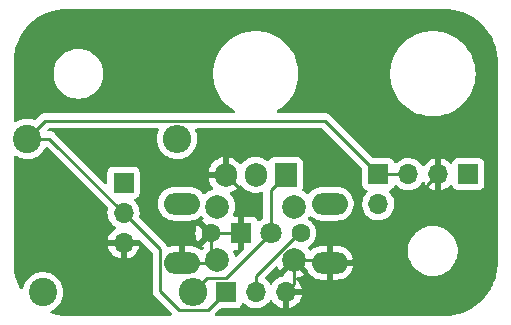
<source format=gbr>
%TF.GenerationSoftware,KiCad,Pcbnew,(6.0.5)*%
%TF.CreationDate,2022-06-01T17:15:45+01:00*%
%TF.ProjectId,OOEB-MODULE-PCB,4f4f4542-2d4d-44f4-9455-4c452d504342,rev?*%
%TF.SameCoordinates,Original*%
%TF.FileFunction,Copper,L2,Bot*%
%TF.FilePolarity,Positive*%
%FSLAX46Y46*%
G04 Gerber Fmt 4.6, Leading zero omitted, Abs format (unit mm)*
G04 Created by KiCad (PCBNEW (6.0.5)) date 2022-06-01 17:15:45*
%MOMM*%
%LPD*%
G01*
G04 APERTURE LIST*
%TA.AperFunction,ComponentPad*%
%ADD10O,3.048000X1.850000*%
%TD*%
%TA.AperFunction,ComponentPad*%
%ADD11C,2.000000*%
%TD*%
%TA.AperFunction,ComponentPad*%
%ADD12O,2.400000X2.400000*%
%TD*%
%TA.AperFunction,ComponentPad*%
%ADD13C,2.400000*%
%TD*%
%TA.AperFunction,ComponentPad*%
%ADD14C,1.600000*%
%TD*%
%TA.AperFunction,ComponentPad*%
%ADD15O,1.905000X2.000000*%
%TD*%
%TA.AperFunction,ComponentPad*%
%ADD16R,1.905000X2.000000*%
%TD*%
%TA.AperFunction,ComponentPad*%
%ADD17R,1.700000X1.700000*%
%TD*%
%TA.AperFunction,ComponentPad*%
%ADD18O,1.700000X1.700000*%
%TD*%
%TA.AperFunction,ComponentPad*%
%ADD19R,1.800000X1.800000*%
%TD*%
%TA.AperFunction,ComponentPad*%
%ADD20C,1.800000*%
%TD*%
%TA.AperFunction,Conductor*%
%ADD21C,0.250000*%
%TD*%
G04 APERTURE END LIST*
D10*
%TO.P,SW2,1,1*%
%TO.N,Net-(J1-Pad1)*%
X-6240000Y-3500000D03*
X6260000Y-3500000D03*
%TO.P,SW2,2,2*%
%TO.N,GND*%
X-6240000Y-8500000D03*
X6260000Y-8500000D03*
%TD*%
D11*
%TO.P,SW1,1,1*%
%TO.N,Net-(J1-Pad1)*%
X3250000Y-3750000D03*
X-3250000Y-3750000D03*
%TO.P,SW1,2,2*%
%TO.N,GND*%
X3250000Y-8250000D03*
X-3250000Y-8250000D03*
%TD*%
D12*
%TO.P,R3,2*%
%TO.N,Net-(D1-Pad2)*%
X-5300000Y-11000000D03*
D13*
%TO.P,R3,1*%
%TO.N,Net-(J1-Pad1)*%
X-18000000Y-11000000D03*
%TD*%
D14*
%TO.P,R2,2*%
%TO.N,Net-(J1-Pad1)*%
X3800000Y-6000000D03*
%TO.P,R2,1*%
%TO.N,GND*%
X-3800000Y-6000000D03*
%TD*%
D13*
%TO.P,R1,1*%
%TO.N,+5V*%
X-19350000Y2000000D03*
D12*
%TO.P,R1,2*%
%TO.N,Net-(J1-Pad1)*%
X-6650000Y2000000D03*
%TD*%
D15*
%TO.P,Q1,3,E*%
%TO.N,GND*%
X-2540000Y-1055000D03*
%TO.P,Q1,2,C*%
%TO.N,Net-(J4-Pad2)*%
X0Y-1055000D03*
D16*
%TO.P,Q1,1,B*%
%TO.N,Net-(D1-Pad2)*%
X2540000Y-1055000D03*
%TD*%
D17*
%TO.P,J4,1,Pin_1*%
%TO.N,+5V*%
X10385000Y-1000000D03*
D18*
%TO.P,J4,2,Pin_2*%
%TO.N,Net-(J4-Pad2)*%
X10385000Y-3540000D03*
%TD*%
%TO.P,J3,3,Pin_3*%
%TO.N,+5V*%
X12920000Y-1000000D03*
%TO.P,J3,2,Pin_2*%
%TO.N,GND*%
X15460000Y-1000000D03*
D17*
%TO.P,J3,1,Pin_1*%
%TO.N,Net-(J1-Pad1)*%
X18000000Y-1000000D03*
%TD*%
%TO.P,J2,1,Pin_1*%
%TO.N,+5V*%
X-2525000Y-11000000D03*
D18*
%TO.P,J2,2,Pin_2*%
%TO.N,Net-(J1-Pad1)*%
X15000Y-11000000D03*
%TO.P,J2,3,Pin_3*%
%TO.N,GND*%
X2555000Y-11000000D03*
%TD*%
D17*
%TO.P,J1,1,Pin_1*%
%TO.N,Net-(J1-Pad1)*%
X-11190000Y-1730000D03*
D18*
%TO.P,J1,2,Pin_2*%
%TO.N,+5V*%
X-11190000Y-4270000D03*
%TO.P,J1,3,Pin_3*%
%TO.N,GND*%
X-11190000Y-6810000D03*
%TD*%
D19*
%TO.P,D1,1,K*%
%TO.N,GND*%
X-1270000Y-6000000D03*
D20*
%TO.P,D1,2,A*%
%TO.N,Net-(D1-Pad2)*%
X1270000Y-6000000D03*
%TD*%
D21*
%TO.N,GND*%
X-3800000Y-7700000D02*
X-3250000Y-8250000D01*
X-3800000Y-6000000D02*
X-3800000Y-7700000D01*
X-1270000Y-6000000D02*
X-3800000Y-6000000D01*
X-6240000Y-8500000D02*
X-3500000Y-8500000D01*
X-3500000Y-8500000D02*
X-3250000Y-8250000D01*
X7960000Y-8500000D02*
X6260000Y-8500000D01*
X15460000Y-1000000D02*
X7960000Y-8500000D01*
%TO.N,+5V*%
X-6475489Y-12524511D02*
X-4049511Y-12524511D01*
X-4049511Y-12524511D02*
X-2525000Y-11000000D01*
X-8088520Y-10911480D02*
X-6475489Y-12524511D01*
X-8088520Y-7371480D02*
X-8088520Y-10911480D01*
X-11190000Y-4270000D02*
X-8088520Y-7371480D01*
%TO.N,Net-(D1-Pad2)*%
X1270000Y-2325000D02*
X2540000Y-1055000D01*
X1270000Y-6000000D02*
X1270000Y-2325000D01*
X-2555489Y-9825489D02*
X-4125489Y-9825489D01*
X-4125489Y-9825489D02*
X-5300000Y-11000000D01*
X1270000Y-6000000D02*
X-2555489Y-9825489D01*
%TO.N,Net-(J1-Pad1)*%
X3626857Y-6000000D02*
X3800000Y-6000000D01*
X15000Y-9611857D02*
X3626857Y-6000000D01*
X15000Y-11000000D02*
X15000Y-9611857D01*
%TO.N,GND*%
X-2540000Y-1055000D02*
X-1270000Y-2325000D01*
X3250000Y-10305000D02*
X2555000Y-11000000D01*
X3250000Y-8250000D02*
X3250000Y-10305000D01*
X6010000Y-8250000D02*
X6260000Y-8500000D01*
X3250000Y-8250000D02*
X6010000Y-8250000D01*
%TO.N,+5V*%
X10385000Y-1000000D02*
X12920000Y-1000000D01*
X-17825489Y3524511D02*
X5860489Y3524511D01*
X5860489Y3524511D02*
X10385000Y-1000000D01*
X-19350000Y2000000D02*
X-17825489Y3524511D01*
X-17460000Y2000000D02*
X-19350000Y2000000D01*
X-11190000Y-4270000D02*
X-17460000Y2000000D01*
%TD*%
%TA.AperFunction,Conductor*%
%TO.N,GND*%
G36*
X-17641808Y1281635D02*
G01*
X-17620286Y1264382D01*
X-15067836Y-1288069D01*
X-12540223Y-3815682D01*
X-12506197Y-3877994D01*
X-12507900Y-3938446D01*
X-12529011Y-4014570D01*
X-12552749Y-4236695D01*
X-12552452Y-4241848D01*
X-12552452Y-4241851D01*
X-12540400Y-4450865D01*
X-12539890Y-4459715D01*
X-12538753Y-4464761D01*
X-12538752Y-4464767D01*
X-12524049Y-4530007D01*
X-12490778Y-4677639D01*
X-12452795Y-4771181D01*
X-12416887Y-4859611D01*
X-12406734Y-4884616D01*
X-12290013Y-5075088D01*
X-12143750Y-5243938D01*
X-11971874Y-5386632D01*
X-11963213Y-5391693D01*
X-11898045Y-5429774D01*
X-11849321Y-5481412D01*
X-11836250Y-5551195D01*
X-11862981Y-5616967D01*
X-11903438Y-5650327D01*
X-11911543Y-5654546D01*
X-11920262Y-5660036D01*
X-12090567Y-5787905D01*
X-12098274Y-5794748D01*
X-12245410Y-5948717D01*
X-12251896Y-5956727D01*
X-12371902Y-6132649D01*
X-12377000Y-6141623D01*
X-12466662Y-6334783D01*
X-12470225Y-6344470D01*
X-12525611Y-6544183D01*
X-12524088Y-6552607D01*
X-12511708Y-6556000D01*
X-9853541Y-6556000D01*
X-9853541Y-6560776D01*
X-9816897Y-6560784D01*
X-9763328Y-6592577D01*
X-8758925Y-7596980D01*
X-8724899Y-7659292D01*
X-8722020Y-7686075D01*
X-8722020Y-10832713D01*
X-8722547Y-10843896D01*
X-8724222Y-10851389D01*
X-8723973Y-10859315D01*
X-8723973Y-10859316D01*
X-8722082Y-10919466D01*
X-8722020Y-10923425D01*
X-8722020Y-10951336D01*
X-8721523Y-10955270D01*
X-8721523Y-10955271D01*
X-8721515Y-10955336D01*
X-8720582Y-10967173D01*
X-8719193Y-11011369D01*
X-8713542Y-11030819D01*
X-8709533Y-11050180D01*
X-8706994Y-11070277D01*
X-8704075Y-11077648D01*
X-8704075Y-11077650D01*
X-8690716Y-11111392D01*
X-8686871Y-11122622D01*
X-8674538Y-11165073D01*
X-8670505Y-11171892D01*
X-8670503Y-11171897D01*
X-8664227Y-11182508D01*
X-8655532Y-11200256D01*
X-8648072Y-11219097D01*
X-8643410Y-11225513D01*
X-8643410Y-11225514D01*
X-8622084Y-11254867D01*
X-8615568Y-11264787D01*
X-8593062Y-11302842D01*
X-8578741Y-11317163D01*
X-8565901Y-11332196D01*
X-8553992Y-11348587D01*
X-8547886Y-11353638D01*
X-8519915Y-11376778D01*
X-8511136Y-11384768D01*
X-7119499Y-12776405D01*
X-7085473Y-12838717D01*
X-7090538Y-12909532D01*
X-7133085Y-12966368D01*
X-7199605Y-12991179D01*
X-7208594Y-12991500D01*
X-15950633Y-12991500D01*
X-15970018Y-12990000D01*
X-15984851Y-12987690D01*
X-15984855Y-12987690D01*
X-15993724Y-12986309D01*
X-16014183Y-12988984D01*
X-16036007Y-12989928D01*
X-16385965Y-12974648D01*
X-16396914Y-12973690D01*
X-16413564Y-12971498D01*
X-16774498Y-12923981D01*
X-16785307Y-12922074D01*
X-17157115Y-12839647D01*
X-17167732Y-12836802D01*
X-17293583Y-12797121D01*
X-17352536Y-12757561D01*
X-17380743Y-12692407D01*
X-17369247Y-12622348D01*
X-17321699Y-12569625D01*
X-17305431Y-12561185D01*
X-17213193Y-12521557D01*
X-17213190Y-12521555D01*
X-17208890Y-12519708D01*
X-17204910Y-12517245D01*
X-17204906Y-12517243D01*
X-16996936Y-12388547D01*
X-16996934Y-12388545D01*
X-16992953Y-12386082D01*
X-16963991Y-12361564D01*
X-16802711Y-12225031D01*
X-16802709Y-12225029D01*
X-16799138Y-12222006D01*
X-16631705Y-12031084D01*
X-16596841Y-11976883D01*
X-16496859Y-11821442D01*
X-16494331Y-11817512D01*
X-16390033Y-11585980D01*
X-16321104Y-11341575D01*
X-16289057Y-11089667D01*
X-16286709Y-11000000D01*
X-16296221Y-10872000D01*
X-16305182Y-10751411D01*
X-16305183Y-10751407D01*
X-16305528Y-10746759D01*
X-16306598Y-10742027D01*
X-16360541Y-10503639D01*
X-16361572Y-10499082D01*
X-16379862Y-10452050D01*
X-16451916Y-10266762D01*
X-16451917Y-10266760D01*
X-16453609Y-10262409D01*
X-16474134Y-10226498D01*
X-16577298Y-10045997D01*
X-16577300Y-10045995D01*
X-16579617Y-10041940D01*
X-16736829Y-9842517D01*
X-16872005Y-9715357D01*
X-16918390Y-9671722D01*
X-16918392Y-9671720D01*
X-16921791Y-9668523D01*
X-16991190Y-9620379D01*
X-17126607Y-9526437D01*
X-17126610Y-9526435D01*
X-17130439Y-9523779D01*
X-17134616Y-9521719D01*
X-17134623Y-9521715D01*
X-17354004Y-9413528D01*
X-17354008Y-9413527D01*
X-17358190Y-9411464D01*
X-17600040Y-9334047D01*
X-17604645Y-9333297D01*
X-17846065Y-9293980D01*
X-17846066Y-9293980D01*
X-17850677Y-9293229D01*
X-17977635Y-9291567D01*
X-18099917Y-9289966D01*
X-18099920Y-9289966D01*
X-18104594Y-9289905D01*
X-18356213Y-9324149D01*
X-18360699Y-9325457D01*
X-18360701Y-9325457D01*
X-18387599Y-9333297D01*
X-18600007Y-9395208D01*
X-18604260Y-9397168D01*
X-18604261Y-9397169D01*
X-18623467Y-9406023D01*
X-18830620Y-9501522D01*
X-18834529Y-9504085D01*
X-19039072Y-9638189D01*
X-19039077Y-9638193D01*
X-19042985Y-9640755D01*
X-19079853Y-9673661D01*
X-19219331Y-9798150D01*
X-19232438Y-9809848D01*
X-19394817Y-10005087D01*
X-19526553Y-10222182D01*
X-19528362Y-10226496D01*
X-19528363Y-10226498D01*
X-19600359Y-10398190D01*
X-19624754Y-10456365D01*
X-19625905Y-10460897D01*
X-19679715Y-10672774D01*
X-19715870Y-10733875D01*
X-19779319Y-10765729D01*
X-19849918Y-10758224D01*
X-19905252Y-10713742D01*
X-19913601Y-10699938D01*
X-20020427Y-10494728D01*
X-20068142Y-10403067D01*
X-20072784Y-10393114D01*
X-20112384Y-10297509D01*
X-20218529Y-10041254D01*
X-20222285Y-10030932D01*
X-20225024Y-10022243D01*
X-20336802Y-9667731D01*
X-20339647Y-9657114D01*
X-20358562Y-9571792D01*
X-20422074Y-9285307D01*
X-20423982Y-9274490D01*
X-20424524Y-9270368D01*
X-20473690Y-8896913D01*
X-20474648Y-8885964D01*
X-20476371Y-8846502D01*
X-20489439Y-8547206D01*
X-20487812Y-8520805D01*
X-20487231Y-8517352D01*
X-20487230Y-8517345D01*
X-20486424Y-8512552D01*
X-20486271Y-8500000D01*
X-20490227Y-8472376D01*
X-20491500Y-8454514D01*
X-20491500Y-7077966D01*
X-12521743Y-7077966D01*
X-12491435Y-7212446D01*
X-12488355Y-7222275D01*
X-12408230Y-7419603D01*
X-12403587Y-7428794D01*
X-12292306Y-7610388D01*
X-12286223Y-7618699D01*
X-12146787Y-7779667D01*
X-12139420Y-7786883D01*
X-11975566Y-7922916D01*
X-11967119Y-7928831D01*
X-11783244Y-8036279D01*
X-11773958Y-8040729D01*
X-11574999Y-8116703D01*
X-11565101Y-8119579D01*
X-11461750Y-8140606D01*
X-11447701Y-8139410D01*
X-11444000Y-8129065D01*
X-11444000Y-8128517D01*
X-10936000Y-8128517D01*
X-10931936Y-8142359D01*
X-10918522Y-8144393D01*
X-10911816Y-8143534D01*
X-10901738Y-8141392D01*
X-10697745Y-8080191D01*
X-10688158Y-8076433D01*
X-10496905Y-7982739D01*
X-10488055Y-7977464D01*
X-10314672Y-7853792D01*
X-10306800Y-7847139D01*
X-10155948Y-7696812D01*
X-10149270Y-7688965D01*
X-10024997Y-7516020D01*
X-10019687Y-7507183D01*
X-9925330Y-7316267D01*
X-9921531Y-7306672D01*
X-9859623Y-7102910D01*
X-9857445Y-7092837D01*
X-9856014Y-7081962D01*
X-9858225Y-7067778D01*
X-9871383Y-7064000D01*
X-10917885Y-7064000D01*
X-10933124Y-7068475D01*
X-10934329Y-7069865D01*
X-10936000Y-7077548D01*
X-10936000Y-8128517D01*
X-11444000Y-8128517D01*
X-11444000Y-7082115D01*
X-11448475Y-7066876D01*
X-11449865Y-7065671D01*
X-11457548Y-7064000D01*
X-12506775Y-7064000D01*
X-12520306Y-7067973D01*
X-12521743Y-7077966D01*
X-20491500Y-7077966D01*
X-20491500Y469697D01*
X-20471498Y537818D01*
X-20417842Y584311D01*
X-20347568Y594415D01*
X-20290995Y571309D01*
X-20257906Y547047D01*
X-20253771Y544871D01*
X-20253767Y544869D01*
X-20240365Y537818D01*
X-20033173Y428809D01*
X-19937518Y395405D01*
X-19804551Y348971D01*
X-19793432Y345088D01*
X-19543950Y297722D01*
X-19423468Y292989D01*
X-19294875Y287936D01*
X-19294870Y287936D01*
X-19290207Y287753D01*
X-19191226Y298593D01*
X-19042431Y314888D01*
X-19042425Y314889D01*
X-19037778Y315398D01*
X-19032080Y316898D01*
X-18796727Y378862D01*
X-18792207Y380052D01*
X-18626848Y451095D01*
X-18563193Y478443D01*
X-18563190Y478445D01*
X-18558890Y480292D01*
X-18554910Y482755D01*
X-18554906Y482757D01*
X-18346936Y611453D01*
X-18346934Y611455D01*
X-18342953Y613918D01*
X-18244572Y697203D01*
X-18152711Y774969D01*
X-18152709Y774971D01*
X-18149138Y777994D01*
X-17981705Y968916D01*
X-17844331Y1182488D01*
X-17842413Y1186745D01*
X-17842409Y1186753D01*
X-17824263Y1227037D01*
X-17778048Y1280932D01*
X-17710031Y1301285D01*
X-17641808Y1281635D01*
G37*
%TD.AperFunction*%
%TA.AperFunction,Conductor*%
G36*
X15970018Y12990000D02*
G01*
X15984851Y12987690D01*
X15984855Y12987690D01*
X15993724Y12986309D01*
X16014183Y12988984D01*
X16036007Y12989928D01*
X16385965Y12974648D01*
X16396913Y12973690D01*
X16774498Y12923981D01*
X16785307Y12922074D01*
X17157114Y12839647D01*
X17167731Y12836802D01*
X17530939Y12722282D01*
X17541254Y12718529D01*
X17893123Y12572780D01*
X17903067Y12568142D01*
X18240867Y12392295D01*
X18250387Y12386799D01*
X18571574Y12182180D01*
X18580578Y12175876D01*
X18882716Y11944038D01*
X18891137Y11936972D01*
X19171914Y11679686D01*
X19179686Y11671914D01*
X19436972Y11391137D01*
X19444038Y11382716D01*
X19675876Y11080578D01*
X19682180Y11071574D01*
X19886799Y10750387D01*
X19892295Y10740867D01*
X20068138Y10403076D01*
X20072780Y10393123D01*
X20218526Y10041261D01*
X20222285Y10030932D01*
X20336802Y9667732D01*
X20339647Y9657115D01*
X20420219Y9293679D01*
X20422073Y9285315D01*
X20423981Y9274498D01*
X20442882Y9130926D01*
X20473690Y8896914D01*
X20474648Y8885965D01*
X20486548Y8613426D01*
X20489603Y8543448D01*
X20488223Y8518571D01*
X20486309Y8506276D01*
X20487473Y8497374D01*
X20487473Y8497372D01*
X20490436Y8474717D01*
X20491500Y8458379D01*
X20491500Y-8450633D01*
X20490000Y-8470018D01*
X20487690Y-8484851D01*
X20487690Y-8484855D01*
X20486309Y-8493724D01*
X20488984Y-8514183D01*
X20489928Y-8536007D01*
X20476371Y-8846502D01*
X20474648Y-8885964D01*
X20473690Y-8896913D01*
X20424525Y-9270368D01*
X20423982Y-9274490D01*
X20422074Y-9285307D01*
X20358562Y-9571792D01*
X20339647Y-9657114D01*
X20336802Y-9667731D01*
X20225025Y-10022243D01*
X20222285Y-10030932D01*
X20218529Y-10041254D01*
X20112385Y-10297509D01*
X20072784Y-10393114D01*
X20068142Y-10403067D01*
X20020427Y-10494728D01*
X19892295Y-10740867D01*
X19886799Y-10750387D01*
X19682180Y-11071574D01*
X19675876Y-11080578D01*
X19444038Y-11382716D01*
X19436972Y-11391137D01*
X19179686Y-11671914D01*
X19171914Y-11679686D01*
X18891137Y-11936972D01*
X18882716Y-11944038D01*
X18580578Y-12175876D01*
X18571574Y-12182180D01*
X18250387Y-12386799D01*
X18240868Y-12392294D01*
X17903067Y-12568142D01*
X17893123Y-12572780D01*
X17541254Y-12718529D01*
X17530939Y-12722282D01*
X17167732Y-12836802D01*
X17157115Y-12839647D01*
X16785307Y-12922074D01*
X16774498Y-12923981D01*
X16413564Y-12971498D01*
X16396914Y-12973690D01*
X16385965Y-12974648D01*
X16043446Y-12989603D01*
X16018571Y-12988223D01*
X16006276Y-12986309D01*
X15997374Y-12987473D01*
X15997372Y-12987473D01*
X15982323Y-12989441D01*
X15974714Y-12990436D01*
X15958379Y-12991500D01*
X-3316406Y-12991500D01*
X-3384527Y-12971498D01*
X-3431020Y-12917842D01*
X-3441124Y-12847568D01*
X-3411630Y-12782988D01*
X-3405501Y-12776405D01*
X-3024501Y-12395405D01*
X-2962189Y-12361379D01*
X-2935406Y-12358500D01*
X-1626866Y-12358500D01*
X-1564684Y-12351745D01*
X-1428295Y-12300615D01*
X-1311739Y-12213261D01*
X-1224385Y-12096705D01*
X-1202201Y-12037529D01*
X-1180402Y-11979382D01*
X-1137760Y-11922618D01*
X-1071198Y-11897918D01*
X-1001850Y-11913126D01*
X-967183Y-11941114D01*
X-938750Y-11973938D01*
X-766874Y-12116632D01*
X-574000Y-12229338D01*
X-365308Y-12309030D01*
X-360240Y-12310061D01*
X-360237Y-12310062D01*
X-265138Y-12329410D01*
X-146403Y-12353567D01*
X-141228Y-12353757D01*
X-141226Y-12353757D01*
X71673Y-12361564D01*
X71677Y-12361564D01*
X76837Y-12361753D01*
X81957Y-12361097D01*
X81959Y-12361097D01*
X293288Y-12334025D01*
X293289Y-12334025D01*
X298416Y-12333368D01*
X303366Y-12331883D01*
X507429Y-12270661D01*
X507434Y-12270659D01*
X512384Y-12269174D01*
X712994Y-12170896D01*
X894860Y-12041173D01*
X904985Y-12031084D01*
X1049435Y-11887137D01*
X1053096Y-11883489D01*
X1183453Y-11702077D01*
X1184640Y-11702930D01*
X1231960Y-11659362D01*
X1301897Y-11647145D01*
X1367338Y-11674678D01*
X1395166Y-11706511D01*
X1452694Y-11800388D01*
X1458777Y-11808699D01*
X1598213Y-11969667D01*
X1605580Y-11976883D01*
X1769434Y-12112916D01*
X1777881Y-12118831D01*
X1961756Y-12226279D01*
X1971042Y-12230729D01*
X2170001Y-12306703D01*
X2179899Y-12309579D01*
X2283250Y-12330606D01*
X2297299Y-12329410D01*
X2301000Y-12319065D01*
X2301000Y-12318517D01*
X2809000Y-12318517D01*
X2813064Y-12332359D01*
X2826478Y-12334393D01*
X2833184Y-12333534D01*
X2843262Y-12331392D01*
X3047255Y-12270191D01*
X3056842Y-12266433D01*
X3248095Y-12172739D01*
X3256945Y-12167464D01*
X3430328Y-12043792D01*
X3438200Y-12037139D01*
X3589052Y-11886812D01*
X3595730Y-11878965D01*
X3720003Y-11706020D01*
X3725313Y-11697183D01*
X3819670Y-11506267D01*
X3823469Y-11496672D01*
X3885377Y-11292910D01*
X3887555Y-11282837D01*
X3888986Y-11271962D01*
X3886775Y-11257778D01*
X3873617Y-11254000D01*
X2827115Y-11254000D01*
X2811876Y-11258475D01*
X2810671Y-11259865D01*
X2809000Y-11267548D01*
X2809000Y-12318517D01*
X2301000Y-12318517D01*
X2301000Y-10872000D01*
X2321002Y-10803879D01*
X2374658Y-10757386D01*
X2427000Y-10746000D01*
X3873344Y-10746000D01*
X3886875Y-10742027D01*
X3888180Y-10732947D01*
X3846214Y-10565875D01*
X3842894Y-10556124D01*
X3757972Y-10360814D01*
X3753105Y-10351739D01*
X3637426Y-10172926D01*
X3631136Y-10164757D01*
X3487806Y-10007240D01*
X3480273Y-10000215D01*
X3436527Y-9965667D01*
X3395464Y-9907750D01*
X3392232Y-9836827D01*
X3427857Y-9775415D01*
X3487145Y-9746171D01*
X3486633Y-9744040D01*
X3712627Y-9689783D01*
X3722012Y-9686734D01*
X3932163Y-9599687D01*
X3940958Y-9595205D01*
X4108445Y-9492568D01*
X4117907Y-9482110D01*
X4114124Y-9473334D01*
X3262812Y-8622022D01*
X3248868Y-8614408D01*
X3247035Y-8614539D01*
X3240420Y-8618790D01*
X2388920Y-9470290D01*
X2381306Y-9484234D01*
X2382375Y-9499184D01*
X2395122Y-9533359D01*
X2380032Y-9602733D01*
X2329830Y-9652936D01*
X2288502Y-9666900D01*
X2244320Y-9673661D01*
X2234293Y-9676050D01*
X2031868Y-9742212D01*
X2022359Y-9746209D01*
X1833463Y-9844542D01*
X1824738Y-9850036D01*
X1654433Y-9977905D01*
X1646726Y-9984748D01*
X1499590Y-10138717D01*
X1493109Y-10146722D01*
X1388498Y-10300074D01*
X1333587Y-10345076D01*
X1263062Y-10353247D01*
X1199315Y-10321993D01*
X1178618Y-10297509D01*
X1097822Y-10172617D01*
X1097820Y-10172614D01*
X1095014Y-10168277D01*
X944670Y-10003051D01*
X940619Y-9999852D01*
X940615Y-9999848D01*
X818407Y-9903334D01*
X777344Y-9845417D01*
X774112Y-9774494D01*
X807404Y-9715357D01*
X1676259Y-8846502D01*
X1738571Y-8812476D01*
X1809386Y-8817541D01*
X1866222Y-8860088D01*
X1881763Y-8887379D01*
X1900313Y-8932163D01*
X1904795Y-8940958D01*
X2007432Y-9108445D01*
X2017890Y-9117907D01*
X2026666Y-9114124D01*
X3160905Y-7979885D01*
X3223217Y-7945859D01*
X3294032Y-7950924D01*
X3339095Y-7979885D01*
X4435656Y-9076446D01*
X4469682Y-9138758D01*
X4464617Y-9209573D01*
X4457147Y-9225929D01*
X4442164Y-9253368D01*
X4442870Y-9263241D01*
X4447358Y-9270368D01*
X4582628Y-9450532D01*
X4589471Y-9458239D01*
X4752356Y-9613896D01*
X4760362Y-9620379D01*
X4946485Y-9747343D01*
X4955444Y-9752432D01*
X5159807Y-9847294D01*
X5169475Y-9850851D01*
X5386580Y-9911060D01*
X5396699Y-9912991D01*
X5580595Y-9932644D01*
X5587287Y-9933000D01*
X5987885Y-9933000D01*
X6003124Y-9928525D01*
X6004329Y-9927135D01*
X6006000Y-9919452D01*
X6006000Y-9914885D01*
X6514000Y-9914885D01*
X6518475Y-9930124D01*
X6519865Y-9931329D01*
X6527548Y-9933000D01*
X6916145Y-9933000D01*
X6921318Y-9932788D01*
X7088687Y-9919027D01*
X7098867Y-9917342D01*
X7317377Y-9862456D01*
X7327128Y-9859136D01*
X7533749Y-9769296D01*
X7542824Y-9764430D01*
X7731990Y-9642052D01*
X7740161Y-9635760D01*
X7906800Y-9484131D01*
X7913825Y-9476598D01*
X8053466Y-9299782D01*
X8059162Y-9291209D01*
X8168052Y-9093955D01*
X8172273Y-9084560D01*
X8247481Y-8872180D01*
X8250113Y-8862217D01*
X8266212Y-8771837D01*
X8264752Y-8758540D01*
X8250197Y-8754000D01*
X6532115Y-8754000D01*
X6516876Y-8758475D01*
X6515671Y-8759865D01*
X6514000Y-8767548D01*
X6514000Y-9914885D01*
X6006000Y-9914885D01*
X6006000Y-8227885D01*
X6514000Y-8227885D01*
X6518475Y-8243124D01*
X6519865Y-8244329D01*
X6527548Y-8246000D01*
X8251774Y-8246000D01*
X8265118Y-8242082D01*
X8267105Y-8227806D01*
X8258547Y-8171879D01*
X8256159Y-8161854D01*
X8186164Y-7947705D01*
X8182167Y-7938196D01*
X8078139Y-7738360D01*
X8072645Y-7729635D01*
X7999867Y-7632703D01*
X12890743Y-7632703D01*
X12891302Y-7636947D01*
X12891302Y-7636951D01*
X12898150Y-7688965D01*
X12928268Y-7917734D01*
X13004129Y-8195036D01*
X13005813Y-8198984D01*
X13114807Y-8454514D01*
X13116923Y-8459476D01*
X13153628Y-8520805D01*
X13249109Y-8680342D01*
X13264561Y-8706161D01*
X13444313Y-8930528D01*
X13461397Y-8946740D01*
X13638127Y-9114450D01*
X13652851Y-9128423D01*
X13886317Y-9296186D01*
X13890112Y-9298195D01*
X13890113Y-9298196D01*
X13911869Y-9309715D01*
X14140392Y-9430712D01*
X14164699Y-9439607D01*
X14394710Y-9523779D01*
X14410373Y-9529511D01*
X14691264Y-9590755D01*
X14719841Y-9593004D01*
X14914282Y-9608307D01*
X14914291Y-9608307D01*
X14916739Y-9608500D01*
X15072271Y-9608500D01*
X15074407Y-9608354D01*
X15074418Y-9608354D01*
X15282548Y-9594165D01*
X15282554Y-9594164D01*
X15286825Y-9593873D01*
X15291020Y-9593004D01*
X15291022Y-9593004D01*
X15491148Y-9551560D01*
X15568342Y-9535574D01*
X15839343Y-9439607D01*
X15946163Y-9384473D01*
X16091005Y-9309715D01*
X16091006Y-9309715D01*
X16094812Y-9307750D01*
X16098313Y-9305289D01*
X16098317Y-9305287D01*
X16243525Y-9203233D01*
X16330023Y-9142441D01*
X16540622Y-8946740D01*
X16722713Y-8724268D01*
X16872927Y-8479142D01*
X16988483Y-8215898D01*
X17009097Y-8143534D01*
X17066068Y-7943534D01*
X17067244Y-7939406D01*
X17103298Y-7686075D01*
X17107146Y-7659036D01*
X17107146Y-7659034D01*
X17107751Y-7654784D01*
X17107845Y-7636951D01*
X17109235Y-7371583D01*
X17109235Y-7371576D01*
X17109257Y-7367297D01*
X17105492Y-7338694D01*
X17091274Y-7230704D01*
X17071732Y-7082266D01*
X17068343Y-7069876D01*
X17035757Y-6950763D01*
X16995871Y-6804964D01*
X16956665Y-6713048D01*
X16884763Y-6544476D01*
X16884761Y-6544472D01*
X16883077Y-6540524D01*
X16765741Y-6344470D01*
X16737643Y-6297521D01*
X16737640Y-6297517D01*
X16735439Y-6293839D01*
X16555687Y-6069472D01*
X16347149Y-5871577D01*
X16113683Y-5703814D01*
X16091843Y-5692250D01*
X16020632Y-5654546D01*
X15859608Y-5569288D01*
X15589627Y-5470489D01*
X15308736Y-5409245D01*
X15277685Y-5406801D01*
X15085718Y-5391693D01*
X15085709Y-5391693D01*
X15083261Y-5391500D01*
X14927729Y-5391500D01*
X14925593Y-5391646D01*
X14925582Y-5391646D01*
X14717452Y-5405835D01*
X14717446Y-5405836D01*
X14713175Y-5406127D01*
X14708980Y-5406996D01*
X14708978Y-5406996D01*
X14598987Y-5429774D01*
X14431658Y-5464426D01*
X14160657Y-5560393D01*
X14156848Y-5562359D01*
X13986413Y-5650327D01*
X13905188Y-5692250D01*
X13901687Y-5694711D01*
X13901683Y-5694713D01*
X13891594Y-5701804D01*
X13669977Y-5857559D01*
X13654892Y-5871577D01*
X13510801Y-6005475D01*
X13459378Y-6053260D01*
X13277287Y-6275732D01*
X13127073Y-6520858D01*
X13125347Y-6524791D01*
X13125346Y-6524792D01*
X13042133Y-6714356D01*
X13011517Y-6784102D01*
X12932756Y-7060594D01*
X12906146Y-7247568D01*
X12897735Y-7306672D01*
X12892249Y-7345216D01*
X12892227Y-7349505D01*
X12892226Y-7349512D01*
X12890816Y-7618699D01*
X12890743Y-7632703D01*
X7999867Y-7632703D01*
X7937372Y-7549468D01*
X7930529Y-7541761D01*
X7767644Y-7386104D01*
X7759638Y-7379621D01*
X7573515Y-7252657D01*
X7564556Y-7247568D01*
X7360193Y-7152706D01*
X7350525Y-7149149D01*
X7133420Y-7088940D01*
X7123301Y-7087009D01*
X6939405Y-7067356D01*
X6932713Y-7067000D01*
X6532115Y-7067000D01*
X6516876Y-7071475D01*
X6515671Y-7072865D01*
X6514000Y-7080548D01*
X6514000Y-8227885D01*
X6006000Y-8227885D01*
X6006000Y-7085115D01*
X6001525Y-7069876D01*
X6000135Y-7068671D01*
X5992452Y-7067000D01*
X5603855Y-7067000D01*
X5598682Y-7067212D01*
X5431313Y-7080973D01*
X5421133Y-7082658D01*
X5202623Y-7137544D01*
X5192872Y-7140864D01*
X4986251Y-7230704D01*
X4977176Y-7235570D01*
X4788010Y-7357948D01*
X4779839Y-7364240D01*
X4697313Y-7439333D01*
X4633468Y-7470385D01*
X4562969Y-7461989D01*
X4505081Y-7411974D01*
X4476352Y-7365093D01*
X4470554Y-7357113D01*
X4438115Y-7319131D01*
X4409084Y-7254341D01*
X4419689Y-7184141D01*
X4461655Y-7134088D01*
X4639789Y-7009357D01*
X4639792Y-7009355D01*
X4644300Y-7006198D01*
X4806198Y-6844300D01*
X4833742Y-6804964D01*
X4934366Y-6661257D01*
X4937523Y-6656749D01*
X4939846Y-6651767D01*
X4939849Y-6651762D01*
X5031961Y-6454225D01*
X5031961Y-6454224D01*
X5034284Y-6449243D01*
X5079798Y-6279386D01*
X5092119Y-6233402D01*
X5092119Y-6233400D01*
X5093543Y-6228087D01*
X5113498Y-6000000D01*
X5093543Y-5771913D01*
X5092119Y-5766598D01*
X5035707Y-5556067D01*
X5035706Y-5556065D01*
X5034284Y-5550757D01*
X5001948Y-5481412D01*
X4939849Y-5348238D01*
X4939846Y-5348233D01*
X4937523Y-5343251D01*
X4864098Y-5238389D01*
X4809357Y-5160211D01*
X4809355Y-5160208D01*
X4806198Y-5155700D01*
X4644300Y-4993802D01*
X4639792Y-4990645D01*
X4639789Y-4990643D01*
X4462066Y-4866200D01*
X4417738Y-4810743D01*
X4410429Y-4740123D01*
X4438527Y-4681156D01*
X4470960Y-4643183D01*
X4470968Y-4643173D01*
X4474176Y-4639416D01*
X4476758Y-4635203D01*
X4476765Y-4635193D01*
X4504922Y-4589245D01*
X4557569Y-4541614D01*
X4627611Y-4530007D01*
X4692808Y-4558110D01*
X4699400Y-4563981D01*
X4730469Y-4593672D01*
X4747677Y-4610116D01*
X4755777Y-4617857D01*
X4950508Y-4750693D01*
X4955192Y-4752867D01*
X4955195Y-4752869D01*
X5159628Y-4847764D01*
X5159633Y-4847766D01*
X5164319Y-4849941D01*
X5391468Y-4912935D01*
X5396605Y-4913484D01*
X5580563Y-4933144D01*
X5580571Y-4933144D01*
X5583898Y-4933500D01*
X6918757Y-4933500D01*
X6921330Y-4933288D01*
X6921341Y-4933288D01*
X7088779Y-4919522D01*
X7088785Y-4919521D01*
X7093930Y-4919098D01*
X7322551Y-4861673D01*
X7538723Y-4767678D01*
X7736641Y-4639640D01*
X7741528Y-4635194D01*
X7907167Y-4484473D01*
X7907168Y-4484471D01*
X7910989Y-4480995D01*
X7914188Y-4476944D01*
X7914192Y-4476940D01*
X8053883Y-4300061D01*
X8053885Y-4300057D01*
X8057085Y-4296006D01*
X8069584Y-4273365D01*
X8092660Y-4231562D01*
X8171005Y-4089639D01*
X8180794Y-4061998D01*
X8247965Y-3872311D01*
X8247966Y-3872307D01*
X8249691Y-3867436D01*
X8250599Y-3862340D01*
X8290123Y-3640456D01*
X8290124Y-3640450D01*
X8291029Y-3635367D01*
X8293909Y-3399661D01*
X8258253Y-3166651D01*
X8185020Y-2942593D01*
X8076175Y-2733504D01*
X8057415Y-2708517D01*
X7937747Y-2549135D01*
X7937743Y-2549130D01*
X7934642Y-2545000D01*
X7826232Y-2441400D01*
X7767960Y-2385714D01*
X7767959Y-2385713D01*
X7764223Y-2382143D01*
X7569492Y-2249307D01*
X7564808Y-2247133D01*
X7564805Y-2247131D01*
X7360372Y-2152236D01*
X7360367Y-2152234D01*
X7355681Y-2150059D01*
X7128532Y-2087065D01*
X7123395Y-2086516D01*
X6939437Y-2066856D01*
X6939429Y-2066856D01*
X6936102Y-2066500D01*
X5601243Y-2066500D01*
X5598670Y-2066712D01*
X5598659Y-2066712D01*
X5431221Y-2080478D01*
X5431215Y-2080479D01*
X5426070Y-2080902D01*
X5197449Y-2138327D01*
X4981277Y-2232322D01*
X4783359Y-2360360D01*
X4779536Y-2363839D01*
X4779533Y-2363841D01*
X4617947Y-2510874D01*
X4609011Y-2519005D01*
X4605812Y-2523056D01*
X4605808Y-2523060D01*
X4541202Y-2604865D01*
X4525525Y-2624717D01*
X4497787Y-2659839D01*
X4439870Y-2700902D01*
X4368947Y-2704134D01*
X4317075Y-2677558D01*
X4143182Y-2529040D01*
X4143178Y-2529037D01*
X4139416Y-2525824D01*
X4135201Y-2523241D01*
X4135193Y-2523235D01*
X4000104Y-2440452D01*
X3952473Y-2387805D01*
X3940866Y-2317763D01*
X3947957Y-2288791D01*
X3991471Y-2172718D01*
X3991473Y-2172712D01*
X3994245Y-2165316D01*
X4001000Y-2103134D01*
X4001000Y-6866D01*
X3994245Y55316D01*
X3943115Y191705D01*
X3855761Y308261D01*
X3739205Y395615D01*
X3602816Y446745D01*
X3540634Y453500D01*
X1539366Y453500D01*
X1477184Y446745D01*
X1340795Y395615D01*
X1224239Y308261D01*
X1136885Y191705D01*
X1129427Y171811D01*
X1086787Y115047D01*
X1020226Y90346D01*
X950877Y105553D01*
X933353Y117158D01*
X815330Y210367D01*
X815325Y210370D01*
X811276Y213568D01*
X806760Y216061D01*
X806757Y216063D01*
X605474Y327177D01*
X605470Y327179D01*
X600950Y329674D01*
X596081Y331398D01*
X596077Y331400D01*
X379360Y408144D01*
X379356Y408145D01*
X374485Y409870D01*
X369392Y410777D01*
X369389Y410778D01*
X143052Y451095D01*
X143046Y451096D01*
X137963Y452001D01*
X45474Y453131D01*
X-97093Y454873D01*
X-97095Y454873D01*
X-102263Y454936D01*
X-339744Y418596D01*
X-451997Y381906D01*
X-563183Y345566D01*
X-563189Y345563D01*
X-568101Y343958D01*
X-572687Y341571D01*
X-572691Y341569D01*
X-767031Y240401D01*
X-781200Y233025D01*
X-800356Y218642D01*
X-911221Y135402D01*
X-973320Y88777D01*
X-976892Y85039D01*
X-1089009Y-32285D01*
X-1139301Y-84912D01*
X-1164840Y-122351D01*
X-1219751Y-167352D01*
X-1290275Y-175523D01*
X-1354022Y-144269D01*
X-1374716Y-119790D01*
X-1376085Y-117674D01*
X-1382378Y-109502D01*
X-1537050Y60480D01*
X-1544583Y67506D01*
X-1724944Y209945D01*
X-1733531Y215650D01*
X-1934722Y326714D01*
X-1944134Y330944D01*
X-2160768Y407659D01*
X-2170739Y410293D01*
X-2268163Y427647D01*
X-2281460Y426187D01*
X-2286000Y411630D01*
X-2286000Y-1183000D01*
X-2306002Y-1251121D01*
X-2359658Y-1297614D01*
X-2412000Y-1309000D01*
X-3970412Y-1309000D01*
X-3985141Y-1313325D01*
X-3987202Y-1325111D01*
X-3986249Y-1336704D01*
X-3984567Y-1346866D01*
X-3928578Y-1569771D01*
X-3925259Y-1579519D01*
X-3833615Y-1790289D01*
X-3828749Y-1799364D01*
X-3703915Y-1992327D01*
X-3697627Y-2000491D01*
X-3612789Y-2093727D01*
X-3581738Y-2157573D01*
X-3590133Y-2228072D01*
X-3635309Y-2282840D01*
X-3676570Y-2301046D01*
X-3712779Y-2309739D01*
X-3717594Y-2310895D01*
X-3722165Y-2312788D01*
X-3722167Y-2312789D01*
X-3932389Y-2399865D01*
X-3932393Y-2399867D01*
X-3936963Y-2401760D01*
X-3941183Y-2404346D01*
X-4135202Y-2523241D01*
X-4135208Y-2523245D01*
X-4139416Y-2525824D01*
X-4143170Y-2529031D01*
X-4143182Y-2529039D01*
X-4305681Y-2667827D01*
X-4370470Y-2696858D01*
X-4440670Y-2686253D01*
X-4488271Y-2647670D01*
X-4505505Y-2624717D01*
X-4565358Y-2545000D01*
X-4673768Y-2441400D01*
X-4732040Y-2385714D01*
X-4732041Y-2385713D01*
X-4735777Y-2382143D01*
X-4930508Y-2249307D01*
X-4935192Y-2247133D01*
X-4935195Y-2247131D01*
X-5139628Y-2152236D01*
X-5139633Y-2152234D01*
X-5144319Y-2150059D01*
X-5371468Y-2087065D01*
X-5376605Y-2086516D01*
X-5560563Y-2066856D01*
X-5560571Y-2066856D01*
X-5563898Y-2066500D01*
X-6898757Y-2066500D01*
X-6901330Y-2066712D01*
X-6901341Y-2066712D01*
X-7068779Y-2080478D01*
X-7068785Y-2080479D01*
X-7073930Y-2080902D01*
X-7302551Y-2138327D01*
X-7518723Y-2232322D01*
X-7716641Y-2360360D01*
X-7720464Y-2363839D01*
X-7720467Y-2363841D01*
X-7882053Y-2510874D01*
X-7890989Y-2519005D01*
X-7894188Y-2523056D01*
X-7894192Y-2523060D01*
X-8033288Y-2699186D01*
X-8037085Y-2703994D01*
X-8151005Y-2910361D01*
X-8152729Y-2915230D01*
X-8152731Y-2915234D01*
X-8209058Y-3074297D01*
X-8229691Y-3132564D01*
X-8230598Y-3137657D01*
X-8230599Y-3137660D01*
X-8257239Y-3287218D01*
X-8271029Y-3364633D01*
X-8273909Y-3600339D01*
X-8238253Y-3833349D01*
X-8165020Y-4057407D01*
X-8162630Y-4061998D01*
X-8071688Y-4236695D01*
X-8056175Y-4266496D01*
X-8053072Y-4270629D01*
X-8053070Y-4270632D01*
X-7928185Y-4436963D01*
X-7914642Y-4455000D01*
X-7910904Y-4458572D01*
X-7752323Y-4610116D01*
X-7744223Y-4617857D01*
X-7549492Y-4750693D01*
X-7544808Y-4752867D01*
X-7544805Y-4752869D01*
X-7340372Y-4847764D01*
X-7340367Y-4847766D01*
X-7335681Y-4849941D01*
X-7108532Y-4912935D01*
X-7103395Y-4913484D01*
X-6919437Y-4933144D01*
X-6919429Y-4933144D01*
X-6916102Y-4933500D01*
X-5581243Y-4933500D01*
X-5578670Y-4933288D01*
X-5578659Y-4933288D01*
X-5411221Y-4919522D01*
X-5411215Y-4919521D01*
X-5406070Y-4919098D01*
X-5177449Y-4861673D01*
X-4961277Y-4767678D01*
X-4763359Y-4639640D01*
X-4759533Y-4636159D01*
X-4690263Y-4573128D01*
X-4626417Y-4542076D01*
X-4555919Y-4550472D01*
X-4498032Y-4600487D01*
X-4492131Y-4610116D01*
X-4474176Y-4639416D01*
X-4438526Y-4681156D01*
X-4438200Y-4681538D01*
X-4409169Y-4746328D01*
X-4419774Y-4816528D01*
X-4461739Y-4866581D01*
X-4513047Y-4902508D01*
X-4521424Y-4912988D01*
X-4514356Y-4926434D01*
X-3529885Y-5910905D01*
X-3495859Y-5973217D01*
X-3500924Y-6044032D01*
X-3529885Y-6089095D01*
X-4515077Y-7074287D01*
X-4521507Y-7086062D01*
X-4512211Y-7098077D01*
X-4461328Y-7133706D01*
X-4417000Y-7189164D01*
X-4409691Y-7259783D01*
X-4437788Y-7318750D01*
X-4470560Y-7357120D01*
X-4476355Y-7365097D01*
X-4497433Y-7399492D01*
X-4550081Y-7447123D01*
X-4620123Y-7458729D01*
X-4685320Y-7430625D01*
X-4691917Y-7424749D01*
X-4732356Y-7386104D01*
X-4740362Y-7379621D01*
X-4926485Y-7252657D01*
X-4935444Y-7247568D01*
X-5139807Y-7152706D01*
X-5149475Y-7149149D01*
X-5366580Y-7088940D01*
X-5376699Y-7087009D01*
X-5560595Y-7067356D01*
X-5567287Y-7067000D01*
X-5967885Y-7067000D01*
X-5983124Y-7071475D01*
X-5984329Y-7072865D01*
X-5986000Y-7080548D01*
X-5986000Y-8628000D01*
X-6006002Y-8696121D01*
X-6059658Y-8742614D01*
X-6112000Y-8754000D01*
X-6368000Y-8754000D01*
X-6436121Y-8733998D01*
X-6482614Y-8680342D01*
X-6494000Y-8628000D01*
X-6494000Y-7085115D01*
X-6498475Y-7069876D01*
X-6499865Y-7068671D01*
X-6507548Y-7067000D01*
X-6896145Y-7067000D01*
X-6901318Y-7067212D01*
X-7068687Y-7080973D01*
X-7078867Y-7082658D01*
X-7297377Y-7137544D01*
X-7307134Y-7140866D01*
X-7349679Y-7159365D01*
X-7420126Y-7168186D01*
X-7484158Y-7137520D01*
X-7508372Y-7107961D01*
X-7512811Y-7100456D01*
X-7521508Y-7082704D01*
X-7528968Y-7063863D01*
X-7554956Y-7028093D01*
X-7561472Y-7018173D01*
X-7579940Y-6986945D01*
X-7579942Y-6986942D01*
X-7583978Y-6980118D01*
X-7598299Y-6965797D01*
X-7611140Y-6950763D01*
X-7618389Y-6940786D01*
X-7623048Y-6934373D01*
X-7657125Y-6906182D01*
X-7665904Y-6898192D01*
X-8558621Y-6005475D01*
X-5112517Y-6005475D01*
X-5093528Y-6222519D01*
X-5091625Y-6233312D01*
X-5035236Y-6443761D01*
X-5031490Y-6454053D01*
X-4939414Y-6651511D01*
X-4933931Y-6661006D01*
X-4897491Y-6713048D01*
X-4887012Y-6721424D01*
X-4873566Y-6714356D01*
X-4172022Y-6012812D01*
X-4164408Y-5998868D01*
X-4164539Y-5997035D01*
X-4168790Y-5990420D01*
X-4874287Y-5284923D01*
X-4886062Y-5278493D01*
X-4898077Y-5287789D01*
X-4933931Y-5338994D01*
X-4939414Y-5348489D01*
X-5031490Y-5545947D01*
X-5035236Y-5556239D01*
X-5091625Y-5766688D01*
X-5093528Y-5777481D01*
X-5112517Y-5994525D01*
X-5112517Y-6005475D01*
X-8558621Y-6005475D01*
X-9838782Y-4725313D01*
X-9872808Y-4663001D01*
X-9870245Y-4599589D01*
X-9867939Y-4592001D01*
X-9857630Y-4558069D01*
X-9828471Y-4336590D01*
X-9826844Y-4270000D01*
X-9845148Y-4047361D01*
X-9899569Y-3830702D01*
X-9988646Y-3625840D01*
X-10046348Y-3536646D01*
X-10107178Y-3442617D01*
X-10107180Y-3442614D01*
X-10109986Y-3438277D01*
X-10140420Y-3404830D01*
X-10257202Y-3276488D01*
X-10288254Y-3212642D01*
X-10279859Y-3142143D01*
X-10234683Y-3087375D01*
X-10208239Y-3073706D01*
X-10101703Y-3033767D01*
X-10093295Y-3030615D01*
X-9976739Y-2943261D01*
X-9889385Y-2826705D01*
X-9838255Y-2690316D01*
X-9831500Y-2628134D01*
X-9831500Y-831866D01*
X-9836810Y-782987D01*
X-3984901Y-782987D01*
X-3982253Y-797608D01*
X-3969876Y-801000D01*
X-2812115Y-801000D01*
X-2796876Y-796525D01*
X-2795671Y-795135D01*
X-2794000Y-787452D01*
X-2794000Y413096D01*
X-2797918Y426440D01*
X-2812194Y428427D01*
X-2874515Y418890D01*
X-2884543Y416501D01*
X-3102988Y345102D01*
X-3112497Y341105D01*
X-3316344Y234989D01*
X-3325069Y229495D01*
X-3508852Y91507D01*
X-3516559Y84664D01*
X-3675339Y-81491D01*
X-3681826Y-89501D01*
X-3811330Y-279347D01*
X-3816429Y-288321D01*
X-3913187Y-496769D01*
X-3916750Y-506456D01*
X-3978165Y-727908D01*
X-3980096Y-738030D01*
X-3984901Y-782987D01*
X-9836810Y-782987D01*
X-9838255Y-769684D01*
X-9889385Y-633295D01*
X-9976739Y-516739D01*
X-10093295Y-429385D01*
X-10229684Y-378255D01*
X-10291866Y-371500D01*
X-12088134Y-371500D01*
X-12150316Y-378255D01*
X-12286705Y-429385D01*
X-12403261Y-516739D01*
X-12490615Y-633295D01*
X-12541745Y-769684D01*
X-12548500Y-831866D01*
X-12548500Y-1711406D01*
X-12568502Y-1779527D01*
X-12622158Y-1826020D01*
X-12692432Y-1836124D01*
X-12757012Y-1806630D01*
X-12763595Y-1800501D01*
X-14755800Y191705D01*
X-16956348Y2392253D01*
X-16963888Y2400539D01*
X-16968000Y2407018D01*
X-17017652Y2453644D01*
X-17020493Y2456398D01*
X-17040230Y2476135D01*
X-17043427Y2478615D01*
X-17052449Y2486320D01*
X-17084679Y2516586D01*
X-17091625Y2520405D01*
X-17091628Y2520407D01*
X-17102434Y2526348D01*
X-17118953Y2537199D01*
X-17127251Y2543635D01*
X-17134959Y2549614D01*
X-17142228Y2552759D01*
X-17142232Y2552762D01*
X-17175537Y2567174D01*
X-17186187Y2572391D01*
X-17224940Y2593695D01*
X-17244563Y2598733D01*
X-17263266Y2605137D01*
X-17274580Y2610033D01*
X-17274581Y2610033D01*
X-17281855Y2613181D01*
X-17289678Y2614420D01*
X-17289688Y2614423D01*
X-17325524Y2620099D01*
X-17337144Y2622505D01*
X-17372289Y2631528D01*
X-17372290Y2631528D01*
X-17379970Y2633500D01*
X-17400224Y2633500D01*
X-17419935Y2635051D01*
X-17432114Y2636980D01*
X-17439943Y2638220D01*
X-17447835Y2637474D01*
X-17483961Y2634059D01*
X-17495819Y2633500D01*
X-17516405Y2633500D01*
X-17584526Y2653502D01*
X-17631019Y2707158D01*
X-17641123Y2777432D01*
X-17611629Y2842012D01*
X-17605500Y2848595D01*
X-17599989Y2854106D01*
X-17537677Y2888132D01*
X-17510894Y2891011D01*
X-8318553Y2891011D01*
X-8250432Y2871009D01*
X-8203939Y2817353D01*
X-8193835Y2747079D01*
X-8202356Y2716286D01*
X-8272943Y2547955D01*
X-8272945Y2547949D01*
X-8274754Y2543635D01*
X-8275905Y2539103D01*
X-8275906Y2539100D01*
X-8297269Y2454984D01*
X-8337262Y2297510D01*
X-8362704Y2044849D01*
X-8350520Y1791202D01*
X-8300979Y1542143D01*
X-8299400Y1537745D01*
X-8299398Y1537738D01*
X-8254978Y1414020D01*
X-8215169Y1303142D01*
X-8094975Y1079449D01*
X-8092180Y1075706D01*
X-8092178Y1075703D01*
X-7945829Y879718D01*
X-7945824Y879712D01*
X-7943037Y875980D01*
X-7939728Y872700D01*
X-7939723Y872694D01*
X-7766010Y700491D01*
X-7762693Y697203D01*
X-7758931Y694445D01*
X-7758928Y694442D01*
X-7653236Y616946D01*
X-7557906Y547047D01*
X-7553771Y544871D01*
X-7553767Y544869D01*
X-7540365Y537818D01*
X-7333173Y428809D01*
X-7237518Y395405D01*
X-7104551Y348971D01*
X-7093432Y345088D01*
X-6843950Y297722D01*
X-6723468Y292989D01*
X-6594875Y287936D01*
X-6594870Y287936D01*
X-6590207Y287753D01*
X-6491226Y298593D01*
X-6342431Y314888D01*
X-6342425Y314889D01*
X-6337778Y315398D01*
X-6332080Y316898D01*
X-6096727Y378862D01*
X-6092207Y380052D01*
X-5926848Y451095D01*
X-5863193Y478443D01*
X-5863190Y478445D01*
X-5858890Y480292D01*
X-5854910Y482755D01*
X-5854906Y482757D01*
X-5646936Y611453D01*
X-5646934Y611455D01*
X-5642953Y613918D01*
X-5544572Y697203D01*
X-5452711Y774969D01*
X-5452709Y774971D01*
X-5449138Y777994D01*
X-5281705Y968916D01*
X-5144331Y1182488D01*
X-5040033Y1414020D01*
X-4971104Y1658425D01*
X-4939057Y1910333D01*
X-4936709Y2000000D01*
X-4955528Y2253241D01*
X-4988396Y2398498D01*
X-5010541Y2496361D01*
X-5011572Y2500918D01*
X-5015554Y2511159D01*
X-5096513Y2719344D01*
X-5102560Y2790082D01*
X-5069404Y2852861D01*
X-5007570Y2887748D01*
X-4979080Y2891011D01*
X5545895Y2891011D01*
X5614016Y2871009D01*
X5634990Y2854106D01*
X8989595Y-500500D01*
X9023621Y-562812D01*
X9026500Y-589595D01*
X9026500Y-1898134D01*
X9033255Y-1960316D01*
X9084385Y-2096705D01*
X9171739Y-2213261D01*
X9288295Y-2300615D01*
X9296704Y-2303767D01*
X9296705Y-2303768D01*
X9405451Y-2344535D01*
X9462216Y-2387176D01*
X9486916Y-2453738D01*
X9471709Y-2523087D01*
X9452316Y-2549568D01*
X9325629Y-2682138D01*
X9199743Y-2866680D01*
X9105688Y-3069305D01*
X9045989Y-3284570D01*
X9022251Y-3506695D01*
X9022548Y-3511848D01*
X9022548Y-3511851D01*
X9029670Y-3635367D01*
X9035110Y-3729715D01*
X9036247Y-3734761D01*
X9036248Y-3734767D01*
X9054484Y-3815682D01*
X9084222Y-3947639D01*
X9168266Y-4154616D01*
X9170965Y-4159020D01*
X9281813Y-4339908D01*
X9284987Y-4345088D01*
X9431250Y-4513938D01*
X9603126Y-4656632D01*
X9796000Y-4769338D01*
X10004692Y-4849030D01*
X10009760Y-4850061D01*
X10009763Y-4850062D01*
X10090957Y-4866581D01*
X10223597Y-4893567D01*
X10228772Y-4893757D01*
X10228774Y-4893757D01*
X10441673Y-4901564D01*
X10441677Y-4901564D01*
X10446837Y-4901753D01*
X10451957Y-4901097D01*
X10451959Y-4901097D01*
X10663288Y-4874025D01*
X10663289Y-4874025D01*
X10668416Y-4873368D01*
X10703201Y-4862932D01*
X10877429Y-4810661D01*
X10877434Y-4810659D01*
X10882384Y-4809174D01*
X11082994Y-4710896D01*
X11264860Y-4581173D01*
X11295669Y-4550472D01*
X11346209Y-4500107D01*
X11423096Y-4423489D01*
X11482594Y-4340689D01*
X11550435Y-4246277D01*
X11553453Y-4242077D01*
X11567932Y-4212782D01*
X11650136Y-4046453D01*
X11650137Y-4046451D01*
X11652430Y-4041811D01*
X11714273Y-3838264D01*
X11715865Y-3833023D01*
X11715865Y-3833021D01*
X11717370Y-3828069D01*
X11746529Y-3606590D01*
X11748156Y-3540000D01*
X11729852Y-3317361D01*
X11675431Y-3100702D01*
X11586354Y-2895840D01*
X11481334Y-2733504D01*
X11467822Y-2712617D01*
X11467820Y-2712614D01*
X11465014Y-2708277D01*
X11461117Y-2703994D01*
X11317798Y-2546488D01*
X11286746Y-2482642D01*
X11295141Y-2412143D01*
X11340317Y-2357375D01*
X11366761Y-2343706D01*
X11473297Y-2303767D01*
X11481705Y-2300615D01*
X11598261Y-2213261D01*
X11685615Y-2096705D01*
X11691068Y-2082161D01*
X11728087Y-1983411D01*
X11770728Y-1926646D01*
X11837290Y-1901946D01*
X11906639Y-1917153D01*
X11941306Y-1945142D01*
X11962865Y-1970031D01*
X11962869Y-1970035D01*
X11966250Y-1973938D01*
X12138126Y-2116632D01*
X12331000Y-2229338D01*
X12335825Y-2231180D01*
X12335826Y-2231181D01*
X12377595Y-2247131D01*
X12539692Y-2309030D01*
X12544760Y-2310061D01*
X12544763Y-2310062D01*
X12611148Y-2323568D01*
X12758597Y-2353567D01*
X12763772Y-2353757D01*
X12763774Y-2353757D01*
X12976673Y-2361564D01*
X12976677Y-2361564D01*
X12981837Y-2361753D01*
X12986957Y-2361097D01*
X12986959Y-2361097D01*
X13198288Y-2334025D01*
X13198289Y-2334025D01*
X13203416Y-2333368D01*
X13208366Y-2331883D01*
X13412429Y-2270661D01*
X13412434Y-2270659D01*
X13417384Y-2269174D01*
X13617994Y-2170896D01*
X13799860Y-2041173D01*
X13812569Y-2028509D01*
X13898737Y-1942641D01*
X13958096Y-1883489D01*
X13999392Y-1826020D01*
X14088453Y-1702077D01*
X14089640Y-1702930D01*
X14136960Y-1659362D01*
X14206897Y-1647145D01*
X14272338Y-1674678D01*
X14300166Y-1706511D01*
X14357694Y-1800388D01*
X14363777Y-1808699D01*
X14503213Y-1969667D01*
X14510580Y-1976883D01*
X14674434Y-2112916D01*
X14682881Y-2118831D01*
X14866756Y-2226279D01*
X14876042Y-2230729D01*
X15075001Y-2306703D01*
X15084899Y-2309579D01*
X15188250Y-2330606D01*
X15202299Y-2329410D01*
X15206000Y-2319065D01*
X15206000Y-2318517D01*
X15714000Y-2318517D01*
X15718064Y-2332359D01*
X15731478Y-2334393D01*
X15738184Y-2333534D01*
X15748262Y-2331392D01*
X15952255Y-2270191D01*
X15961842Y-2266433D01*
X16153095Y-2172739D01*
X16161945Y-2167464D01*
X16335328Y-2043792D01*
X16343193Y-2037145D01*
X16447897Y-1932805D01*
X16510268Y-1898889D01*
X16581075Y-1904077D01*
X16637837Y-1946723D01*
X16654819Y-1977826D01*
X16670818Y-2020502D01*
X16699385Y-2096705D01*
X16786739Y-2213261D01*
X16903295Y-2300615D01*
X17039684Y-2351745D01*
X17101866Y-2358500D01*
X18898134Y-2358500D01*
X18960316Y-2351745D01*
X19096705Y-2300615D01*
X19213261Y-2213261D01*
X19300615Y-2096705D01*
X19351745Y-1960316D01*
X19358500Y-1898134D01*
X19358500Y-101866D01*
X19351745Y-39684D01*
X19300615Y96705D01*
X19213261Y213261D01*
X19096705Y300615D01*
X18960316Y351745D01*
X18898134Y358500D01*
X17101866Y358500D01*
X17039684Y351745D01*
X16903295Y300615D01*
X16786739Y213261D01*
X16699385Y96705D01*
X16696233Y88297D01*
X16696232Y88295D01*
X16654722Y-22433D01*
X16612081Y-79198D01*
X16545519Y-103898D01*
X16476170Y-88691D01*
X16443546Y-63004D01*
X16392799Y-7234D01*
X16385273Y-215D01*
X16218139Y131778D01*
X16209552Y137483D01*
X16023117Y240401D01*
X16013705Y244631D01*
X15812959Y315720D01*
X15802988Y318354D01*
X15731837Y331028D01*
X15718540Y329568D01*
X15714000Y315011D01*
X15714000Y-2318517D01*
X15206000Y-2318517D01*
X15206000Y316898D01*
X15202082Y330242D01*
X15187806Y332229D01*
X15149324Y326340D01*
X15139288Y323949D01*
X14936868Y257788D01*
X14927359Y253791D01*
X14738463Y155458D01*
X14729738Y149964D01*
X14559433Y22095D01*
X14551726Y15252D01*
X14404590Y-138717D01*
X14398109Y-146722D01*
X14293498Y-300074D01*
X14238587Y-345076D01*
X14168062Y-353247D01*
X14104315Y-321993D01*
X14083618Y-297509D01*
X14002822Y-172617D01*
X14002820Y-172614D01*
X14000014Y-168277D01*
X13849670Y-3051D01*
X13845619Y148D01*
X13845615Y152D01*
X13678414Y132200D01*
X13678410Y132202D01*
X13674359Y135402D01*
X13638028Y155458D01*
X13559348Y198891D01*
X13478789Y243362D01*
X13473920Y245086D01*
X13473916Y245088D01*
X13273087Y316205D01*
X13273083Y316206D01*
X13268212Y317931D01*
X13263119Y318838D01*
X13263116Y318839D01*
X13053373Y356200D01*
X13053367Y356201D01*
X13048284Y357106D01*
X12974452Y358008D01*
X12830081Y359772D01*
X12830079Y359772D01*
X12824911Y359835D01*
X12604091Y326045D01*
X12391756Y256643D01*
X12193607Y153493D01*
X12189474Y150390D01*
X12189471Y150388D01*
X12069725Y60480D01*
X12014965Y19365D01*
X12011393Y15627D01*
X11937874Y-61306D01*
X11876350Y-96736D01*
X11805437Y-93279D01*
X11747651Y-52033D01*
X11728798Y-18485D01*
X11688767Y88297D01*
X11685615Y96705D01*
X11598261Y213261D01*
X11481705Y300615D01*
X11345316Y351745D01*
X11283134Y358500D01*
X9974594Y358500D01*
X9906473Y378502D01*
X9885499Y395405D01*
X6364141Y3916764D01*
X6356601Y3925050D01*
X6352489Y3931529D01*
X6302837Y3978155D01*
X6299996Y3980909D01*
X6280259Y4000646D01*
X6277062Y4003126D01*
X6268040Y4010831D01*
X6254611Y4023442D01*
X6235810Y4041097D01*
X6228864Y4044916D01*
X6228861Y4044918D01*
X6218055Y4050859D01*
X6201536Y4061710D01*
X6197824Y4064589D01*
X6185530Y4074125D01*
X6178261Y4077270D01*
X6178257Y4077273D01*
X6144952Y4091685D01*
X6134302Y4096902D01*
X6095549Y4118206D01*
X6075926Y4123244D01*
X6057223Y4129648D01*
X6045909Y4134544D01*
X6045908Y4134544D01*
X6038634Y4137692D01*
X6030811Y4138931D01*
X6030801Y4138934D01*
X5994965Y4144610D01*
X5983345Y4147016D01*
X5948200Y4156039D01*
X5948199Y4156039D01*
X5940519Y4158011D01*
X5920265Y4158011D01*
X5900554Y4159562D01*
X5888375Y4161491D01*
X5880546Y4162731D01*
X5851275Y4159964D01*
X5836528Y4158570D01*
X5824670Y4158011D01*
X1904646Y4158011D01*
X1836525Y4178013D01*
X1790032Y4231669D01*
X1779928Y4301943D01*
X1809422Y4366523D01*
X1836022Y4389684D01*
X2121159Y4574854D01*
X2123934Y4576656D01*
X2417871Y4814682D01*
X2685318Y5082129D01*
X2923344Y5376066D01*
X3129341Y5693274D01*
X3133688Y5701804D01*
X3299555Y6027337D01*
X3301053Y6030277D01*
X3436597Y6383382D01*
X3534489Y6748721D01*
X3565918Y6947158D01*
X3593143Y7119043D01*
X3593144Y7119051D01*
X3593657Y7122291D01*
X3613452Y7500000D01*
X11386548Y7500000D01*
X11406343Y7122291D01*
X11406856Y7119051D01*
X11406857Y7119043D01*
X11434082Y6947158D01*
X11465511Y6748721D01*
X11563403Y6383382D01*
X11698947Y6030277D01*
X11700445Y6027337D01*
X11866313Y5701804D01*
X11870659Y5693274D01*
X12076656Y5376066D01*
X12314682Y5082129D01*
X12582129Y4814682D01*
X12876066Y4576656D01*
X13193274Y4370659D01*
X13196208Y4369164D01*
X13196215Y4369160D01*
X13526157Y4201046D01*
X13530277Y4198947D01*
X13718459Y4126711D01*
X13868101Y4069269D01*
X13883382Y4063403D01*
X14248721Y3965511D01*
X14429022Y3936954D01*
X14619043Y3906857D01*
X14619051Y3906856D01*
X14622291Y3906343D01*
X14905511Y3891500D01*
X15094489Y3891500D01*
X15377709Y3906343D01*
X15380949Y3906856D01*
X15380957Y3906857D01*
X15570978Y3936954D01*
X15751279Y3965511D01*
X16116618Y4063403D01*
X16131900Y4069269D01*
X16281541Y4126711D01*
X16469723Y4198947D01*
X16473843Y4201046D01*
X16803785Y4369160D01*
X16803792Y4369164D01*
X16806726Y4370659D01*
X17123934Y4576656D01*
X17417871Y4814682D01*
X17685318Y5082129D01*
X17923344Y5376066D01*
X18129341Y5693274D01*
X18133688Y5701804D01*
X18299555Y6027337D01*
X18301053Y6030277D01*
X18436597Y6383382D01*
X18534489Y6748721D01*
X18565918Y6947158D01*
X18593143Y7119043D01*
X18593144Y7119051D01*
X18593657Y7122291D01*
X18613452Y7500000D01*
X18593657Y7877709D01*
X18583232Y7943534D01*
X18565918Y8052842D01*
X18534489Y8251279D01*
X18436597Y8616618D01*
X18301053Y8969723D01*
X18211794Y9144904D01*
X18130840Y9303785D01*
X18130836Y9303792D01*
X18129341Y9306726D01*
X18063934Y9407445D01*
X17925146Y9621159D01*
X17923344Y9623934D01*
X17685318Y9917871D01*
X17417871Y10185318D01*
X17123934Y10423344D01*
X16806726Y10629341D01*
X16803792Y10630836D01*
X16803785Y10630840D01*
X16472663Y10799555D01*
X16469723Y10801053D01*
X16116618Y10936597D01*
X15751279Y11034489D01*
X15517135Y11071574D01*
X15380957Y11093143D01*
X15380949Y11093144D01*
X15377709Y11093657D01*
X15094489Y11108500D01*
X14905511Y11108500D01*
X14622291Y11093657D01*
X14619051Y11093144D01*
X14619043Y11093143D01*
X14482865Y11071574D01*
X14248721Y11034489D01*
X13883382Y10936597D01*
X13530277Y10801053D01*
X13527337Y10799555D01*
X13196215Y10630840D01*
X13196208Y10630836D01*
X13193274Y10629341D01*
X12876066Y10423344D01*
X12582129Y10185318D01*
X12314682Y9917871D01*
X12076656Y9623934D01*
X12074854Y9621159D01*
X11936067Y9407445D01*
X11870659Y9306726D01*
X11869164Y9303792D01*
X11869160Y9303785D01*
X11788206Y9144904D01*
X11698947Y8969723D01*
X11563403Y8616618D01*
X11465511Y8251279D01*
X11434082Y8052842D01*
X11416769Y7943534D01*
X11406343Y7877709D01*
X11386548Y7500000D01*
X3613452Y7500000D01*
X3593657Y7877709D01*
X3583232Y7943534D01*
X3565918Y8052842D01*
X3534489Y8251279D01*
X3436597Y8616618D01*
X3301053Y8969723D01*
X3211794Y9144904D01*
X3130840Y9303785D01*
X3130836Y9303792D01*
X3129341Y9306726D01*
X3063934Y9407445D01*
X2925146Y9621159D01*
X2923344Y9623934D01*
X2685318Y9917871D01*
X2417871Y10185318D01*
X2123934Y10423344D01*
X1806726Y10629341D01*
X1803792Y10630836D01*
X1803785Y10630840D01*
X1472663Y10799555D01*
X1469723Y10801053D01*
X1116618Y10936597D01*
X751279Y11034489D01*
X517135Y11071574D01*
X380957Y11093143D01*
X380949Y11093144D01*
X377709Y11093657D01*
X94489Y11108500D01*
X-94489Y11108500D01*
X-377709Y11093657D01*
X-380949Y11093144D01*
X-380957Y11093143D01*
X-517135Y11071574D01*
X-751279Y11034489D01*
X-1116618Y10936597D01*
X-1469723Y10801053D01*
X-1472663Y10799555D01*
X-1803785Y10630840D01*
X-1803792Y10630836D01*
X-1806726Y10629341D01*
X-2123934Y10423344D01*
X-2417871Y10185318D01*
X-2685318Y9917871D01*
X-2923344Y9623934D01*
X-2925146Y9621159D01*
X-3063933Y9407445D01*
X-3129341Y9306726D01*
X-3130836Y9303792D01*
X-3130840Y9303785D01*
X-3211794Y9144904D01*
X-3301053Y8969723D01*
X-3436597Y8616618D01*
X-3534489Y8251279D01*
X-3565918Y8052842D01*
X-3583231Y7943534D01*
X-3593657Y7877709D01*
X-3613452Y7500000D01*
X-3593657Y7122291D01*
X-3593144Y7119051D01*
X-3593143Y7119043D01*
X-3565918Y6947158D01*
X-3534489Y6748721D01*
X-3436597Y6383382D01*
X-3301053Y6030277D01*
X-3299555Y6027337D01*
X-3133687Y5701804D01*
X-3129341Y5693274D01*
X-2923344Y5376066D01*
X-2685318Y5082129D01*
X-2417871Y4814682D01*
X-2123934Y4576656D01*
X-2121159Y4574854D01*
X-1836022Y4389684D01*
X-1789785Y4335807D01*
X-1780015Y4265486D01*
X-1809815Y4201046D01*
X-1869723Y4162947D01*
X-1904646Y4158011D01*
X-17746722Y4158011D01*
X-17757905Y4158538D01*
X-17765398Y4160213D01*
X-17773324Y4159964D01*
X-17773325Y4159964D01*
X-17833475Y4158073D01*
X-17837434Y4158011D01*
X-17865345Y4158011D01*
X-17869279Y4157514D01*
X-17869280Y4157514D01*
X-17869345Y4157506D01*
X-17881182Y4156573D01*
X-17912999Y4155573D01*
X-17917460Y4155433D01*
X-17925379Y4155184D01*
X-17943035Y4150055D01*
X-17944831Y4149533D01*
X-17964183Y4145525D01*
X-17971254Y4144631D01*
X-17984286Y4142985D01*
X-17991655Y4140068D01*
X-17991657Y4140067D01*
X-18025392Y4126711D01*
X-18036620Y4122866D01*
X-18079082Y4110529D01*
X-18085905Y4106494D01*
X-18085907Y4106493D01*
X-18096517Y4100218D01*
X-18114265Y4091523D01*
X-18133106Y4084063D01*
X-18139522Y4079401D01*
X-18139523Y4079401D01*
X-18168876Y4058075D01*
X-18178796Y4051559D01*
X-18210024Y4033091D01*
X-18210027Y4033089D01*
X-18216851Y4029053D01*
X-18231172Y4014732D01*
X-18246205Y4001892D01*
X-18262596Y3989983D01*
X-18271272Y3979495D01*
X-18290787Y3955906D01*
X-18298777Y3947127D01*
X-18615360Y3630544D01*
X-18677672Y3596518D01*
X-18742868Y3599637D01*
X-18945595Y3664530D01*
X-18945593Y3664530D01*
X-18950040Y3665953D01*
X-18954645Y3666703D01*
X-19196065Y3706020D01*
X-19196066Y3706020D01*
X-19200677Y3706771D01*
X-19327636Y3708433D01*
X-19449917Y3710034D01*
X-19449920Y3710034D01*
X-19454594Y3710095D01*
X-19706213Y3675851D01*
X-19950007Y3604792D01*
X-20180620Y3498478D01*
X-20184529Y3495915D01*
X-20296415Y3422559D01*
X-20364350Y3401936D01*
X-20432651Y3421316D01*
X-20479631Y3474545D01*
X-20491500Y3527931D01*
X-20491500Y7367297D01*
X-17109257Y7367297D01*
X-17071732Y7082266D01*
X-16995871Y6804964D01*
X-16883077Y6540524D01*
X-16871307Y6520858D01*
X-16789029Y6383382D01*
X-16735439Y6293839D01*
X-16555687Y6069472D01*
X-16347149Y5871577D01*
X-16113683Y5703814D01*
X-16109888Y5701805D01*
X-16109887Y5701804D01*
X-16088547Y5690505D01*
X-15859608Y5569288D01*
X-15589627Y5470489D01*
X-15308736Y5409245D01*
X-15280159Y5406996D01*
X-15085718Y5391693D01*
X-15085709Y5391693D01*
X-15083261Y5391500D01*
X-14927729Y5391500D01*
X-14925593Y5391646D01*
X-14925582Y5391646D01*
X-14717452Y5405835D01*
X-14717446Y5405836D01*
X-14713175Y5406127D01*
X-14708980Y5406996D01*
X-14708978Y5406996D01*
X-14572417Y5435276D01*
X-14431658Y5464426D01*
X-14160657Y5560393D01*
X-13905188Y5692250D01*
X-13901687Y5694711D01*
X-13901683Y5694713D01*
X-13787582Y5774905D01*
X-13669977Y5857559D01*
X-13487274Y6027337D01*
X-13462521Y6050339D01*
X-13462519Y6050342D01*
X-13459378Y6053260D01*
X-13277287Y6275732D01*
X-13127073Y6520858D01*
X-13011517Y6784102D01*
X-12932756Y7060594D01*
X-12892249Y7345216D01*
X-12892155Y7363049D01*
X-12890765Y7628417D01*
X-12890765Y7628424D01*
X-12890743Y7632703D01*
X-12928268Y7917734D01*
X-13004129Y8195036D01*
X-13116923Y8459476D01*
X-13209060Y8613426D01*
X-13262357Y8702479D01*
X-13262360Y8702483D01*
X-13264561Y8706161D01*
X-13444313Y8930528D01*
X-13652851Y9128423D01*
X-13886317Y9296186D01*
X-13906223Y9306726D01*
X-13931346Y9320028D01*
X-14140392Y9430712D01*
X-14410373Y9529511D01*
X-14691264Y9590755D01*
X-14722315Y9593199D01*
X-14914282Y9608307D01*
X-14914291Y9608307D01*
X-14916739Y9608500D01*
X-15072271Y9608500D01*
X-15074407Y9608354D01*
X-15074418Y9608354D01*
X-15282548Y9594165D01*
X-15282554Y9594164D01*
X-15286825Y9593873D01*
X-15291020Y9593004D01*
X-15291022Y9593004D01*
X-15427583Y9564724D01*
X-15568342Y9535574D01*
X-15839343Y9439607D01*
X-16094812Y9307750D01*
X-16098313Y9305289D01*
X-16098317Y9305287D01*
X-16212417Y9225096D01*
X-16330023Y9142441D01*
X-16345108Y9128423D01*
X-16519209Y8966638D01*
X-16540622Y8946740D01*
X-16722713Y8724268D01*
X-16872927Y8479142D01*
X-16874653Y8475209D01*
X-16874654Y8475208D01*
X-16878441Y8466580D01*
X-16988483Y8215898D01*
X-17067244Y7939406D01*
X-17107751Y7654784D01*
X-17107773Y7650495D01*
X-17107774Y7650488D01*
X-17109235Y7371583D01*
X-17109257Y7367297D01*
X-20491500Y7367297D01*
X-20491500Y8446750D01*
X-20489754Y8467655D01*
X-20487230Y8482656D01*
X-20487230Y8482659D01*
X-20486424Y8487448D01*
X-20486271Y8500000D01*
X-20486961Y8504816D01*
X-20486961Y8504822D01*
X-20488613Y8516356D01*
X-20489766Y8539716D01*
X-20486547Y8613426D01*
X-20474648Y8885965D01*
X-20473690Y8896914D01*
X-20442882Y9130926D01*
X-20423981Y9274498D01*
X-20422073Y9285315D01*
X-20420218Y9293679D01*
X-20339647Y9657115D01*
X-20336802Y9667732D01*
X-20222285Y10030932D01*
X-20218526Y10041261D01*
X-20072780Y10393123D01*
X-20068138Y10403076D01*
X-19892295Y10740867D01*
X-19886799Y10750387D01*
X-19682180Y11071574D01*
X-19675876Y11080578D01*
X-19444038Y11382716D01*
X-19436972Y11391137D01*
X-19179686Y11671914D01*
X-19171914Y11679686D01*
X-18891137Y11936972D01*
X-18882716Y11944038D01*
X-18580578Y12175876D01*
X-18571574Y12182180D01*
X-18250387Y12386799D01*
X-18240867Y12392295D01*
X-17903067Y12568142D01*
X-17893123Y12572780D01*
X-17541254Y12718529D01*
X-17530939Y12722282D01*
X-17167731Y12836802D01*
X-17157114Y12839647D01*
X-16785307Y12922074D01*
X-16774498Y12923981D01*
X-16396913Y12973690D01*
X-16385965Y12974648D01*
X-16043446Y12989603D01*
X-16018571Y12988223D01*
X-16006276Y12986309D01*
X-15997374Y12987473D01*
X-15997372Y12987473D01*
X-15978601Y12989928D01*
X-15974714Y12990436D01*
X-15958379Y12991500D01*
X15950633Y12991500D01*
X15970018Y12990000D01*
G37*
%TD.AperFunction*%
%TA.AperFunction,Conductor*%
G36*
X-1186580Y-1965722D02*
G01*
X-1165884Y-1990204D01*
X-1161502Y-1996977D01*
X-999814Y-2174670D01*
X-933893Y-2226731D01*
X-815330Y-2320367D01*
X-815325Y-2320370D01*
X-811276Y-2323568D01*
X-806760Y-2326061D01*
X-806757Y-2326063D01*
X-605474Y-2437177D01*
X-605470Y-2437179D01*
X-600950Y-2439674D01*
X-596081Y-2441398D01*
X-596077Y-2441400D01*
X-379360Y-2518144D01*
X-379356Y-2518145D01*
X-374485Y-2519870D01*
X-369392Y-2520777D01*
X-369389Y-2520778D01*
X-143052Y-2561095D01*
X-143046Y-2561096D01*
X-137963Y-2562001D01*
X-50600Y-2563068D01*
X97093Y-2564873D01*
X97095Y-2564873D01*
X102263Y-2564936D01*
X339744Y-2528596D01*
X471356Y-2485579D01*
X542319Y-2483428D01*
X603181Y-2519984D01*
X634617Y-2583642D01*
X636500Y-2605344D01*
X636500Y-4665319D01*
X616498Y-4733440D01*
X568679Y-4777083D01*
X516872Y-4804052D01*
X500256Y-4816528D01*
X344464Y-4933500D01*
X331655Y-4943117D01*
X328083Y-4946855D01*
X313787Y-4961815D01*
X252263Y-4997245D01*
X181351Y-4993788D01*
X123564Y-4952543D01*
X104711Y-4918994D01*
X83324Y-4861946D01*
X74786Y-4846351D01*
X-1715Y-4744276D01*
X-14276Y-4731715D01*
X-116351Y-4655214D01*
X-131946Y-4646676D01*
X-252394Y-4601522D01*
X-267649Y-4597895D01*
X-318514Y-4592369D01*
X-325328Y-4592000D01*
X-997885Y-4592000D01*
X-1013124Y-4596475D01*
X-1014329Y-4597865D01*
X-1016000Y-4605548D01*
X-1016000Y-7337905D01*
X-1036002Y-7406026D01*
X-1052905Y-7427000D01*
X-1574278Y-7948373D01*
X-1636590Y-7982399D01*
X-1707405Y-7977334D01*
X-1764241Y-7934787D01*
X-1785892Y-7888692D01*
X-1810217Y-7787373D01*
X-1813266Y-7777987D01*
X-1894356Y-7582218D01*
X-1901945Y-7511628D01*
X-1870165Y-7448141D01*
X-1809107Y-7411914D01*
X-1777947Y-7408000D01*
X-1542115Y-7408000D01*
X-1526876Y-7403525D01*
X-1525671Y-7402135D01*
X-1524000Y-7394452D01*
X-1524000Y-4610116D01*
X-1528475Y-4594877D01*
X-1529865Y-4593672D01*
X-1537548Y-4592001D01*
X-1777406Y-4592001D01*
X-1845527Y-4571999D01*
X-1892020Y-4518343D01*
X-1902124Y-4448069D01*
X-1893815Y-4417783D01*
X-1812789Y-4222168D01*
X-1812787Y-4222161D01*
X-1810895Y-4217594D01*
X-1773540Y-4061998D01*
X-1756620Y-3991524D01*
X-1756619Y-3991518D01*
X-1755465Y-3986711D01*
X-1736835Y-3750000D01*
X-1755465Y-3513289D01*
X-1773473Y-3438277D01*
X-1809740Y-3287218D01*
X-1810895Y-3282406D01*
X-1870850Y-3137660D01*
X-1899865Y-3067611D01*
X-1899867Y-3067607D01*
X-1901760Y-3063037D01*
X-1924929Y-3025229D01*
X-2023241Y-2864798D01*
X-2023245Y-2864792D01*
X-2025824Y-2860584D01*
X-2029031Y-2856830D01*
X-2029039Y-2856818D01*
X-2163670Y-2699186D01*
X-2192701Y-2634397D01*
X-2182096Y-2564197D01*
X-2135221Y-2510874D01*
X-2107005Y-2497591D01*
X-1977009Y-2455101D01*
X-1967503Y-2451105D01*
X-1763656Y-2344989D01*
X-1754931Y-2339495D01*
X-1571148Y-2201507D01*
X-1563441Y-2194664D01*
X-1404661Y-2028509D01*
X-1398177Y-2020502D01*
X-1375763Y-1987644D01*
X-1320852Y-1942641D01*
X-1250328Y-1934468D01*
X-1186580Y-1965722D01*
G37*
%TD.AperFunction*%
%TD*%
M02*

</source>
